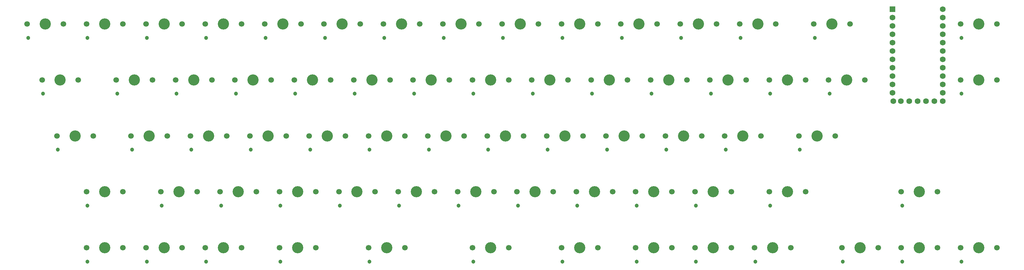
<source format=gts>
%TF.GenerationSoftware,KiCad,Pcbnew,(6.0.1)*%
%TF.CreationDate,2022-02-09T02:20:10+01:00*%
%TF.ProjectId,choc660,63686f63-3636-4302-9e6b-696361645f70,rev?*%
%TF.SameCoordinates,Original*%
%TF.FileFunction,Soldermask,Top*%
%TF.FilePolarity,Negative*%
%FSLAX46Y46*%
G04 Gerber Fmt 4.6, Leading zero omitted, Abs format (unit mm)*
G04 Created by KiCad (PCBNEW (6.0.1)) date 2022-02-09 02:20:10*
%MOMM*%
%LPD*%
G01*
G04 APERTURE LIST*
%ADD10C,1.200000*%
%ADD11C,1.700000*%
%ADD12C,3.400000*%
%ADD13R,1.752600X1.752600*%
%ADD14C,1.752600*%
G04 APERTURE END LIST*
D10*
%TO.C,SW26*%
X152577500Y-103700000D03*
D11*
X152297500Y-99500000D03*
X163297500Y-99500000D03*
D12*
X157797500Y-99500000D03*
%TD*%
%TO.C,SW18*%
X135297500Y-133500000D03*
D11*
X140797500Y-133500000D03*
X129797500Y-133500000D03*
D10*
X130077500Y-137700000D03*
%TD*%
D12*
%TO.C,SW25*%
X171297500Y-167500000D03*
D10*
X166077500Y-171700000D03*
D11*
X176797500Y-167500000D03*
X165797500Y-167500000D03*
%TD*%
D12*
%TO.C,SW54*%
X270297500Y-150500000D03*
D11*
X275797500Y-150500000D03*
X264797500Y-150500000D03*
D10*
X265077500Y-154700000D03*
%TD*%
%TO.C,SW45*%
X265077500Y-171700000D03*
D12*
X270297500Y-167500000D03*
D11*
X275797500Y-167500000D03*
X264797500Y-167500000D03*
%TD*%
%TO.C,SW63*%
X307297500Y-133500000D03*
D12*
X301797500Y-133500000D03*
D10*
X296577500Y-137700000D03*
D11*
X296297500Y-133500000D03*
%TD*%
%TO.C,SW55*%
X320297500Y-167500000D03*
X309297500Y-167500000D03*
D12*
X314797500Y-167500000D03*
D10*
X309577500Y-171700000D03*
%TD*%
D11*
%TO.C,SW35*%
X235297500Y-167500000D03*
D10*
X224577500Y-171700000D03*
D12*
X229797500Y-167500000D03*
D11*
X224297500Y-167500000D03*
%TD*%
%TO.C,SW61*%
X278297500Y-99500000D03*
D12*
X283797500Y-99500000D03*
D11*
X289297500Y-99500000D03*
D10*
X278577500Y-103700000D03*
%TD*%
D12*
%TO.C,SW64*%
X332797500Y-150500000D03*
D10*
X327577500Y-154700000D03*
D11*
X338297500Y-150500000D03*
X327297500Y-150500000D03*
%TD*%
D10*
%TO.C,SW11*%
X98577500Y-103700000D03*
D11*
X109297500Y-99500000D03*
D12*
X103797500Y-99500000D03*
D11*
X98297500Y-99500000D03*
%TD*%
D10*
%TO.C,SW49*%
X247077500Y-154700000D03*
D12*
X252297500Y-150500000D03*
D11*
X246797500Y-150500000D03*
X257797500Y-150500000D03*
%TD*%
%TO.C,SW19*%
X138797500Y-150500000D03*
X149797500Y-150500000D03*
D10*
X139077500Y-154700000D03*
D12*
X144297500Y-150500000D03*
%TD*%
D11*
%TO.C,SW31*%
X181297500Y-99500000D03*
X170297500Y-99500000D03*
D12*
X175797500Y-99500000D03*
D10*
X170577500Y-103700000D03*
%TD*%
D11*
%TO.C,SW17*%
X125297500Y-116500000D03*
X136297500Y-116500000D03*
D12*
X130797500Y-116500000D03*
D10*
X125577500Y-120700000D03*
%TD*%
D12*
%TO.C,SW16*%
X121797500Y-99500000D03*
D11*
X116297500Y-99500000D03*
X127297500Y-99500000D03*
D10*
X116577500Y-103700000D03*
%TD*%
D12*
%TO.C,SW66*%
X306297500Y-99500000D03*
D11*
X311797500Y-99500000D03*
D10*
X301077500Y-103700000D03*
D11*
X300797500Y-99500000D03*
%TD*%
D10*
%TO.C,SW32*%
X179577500Y-120700000D03*
D11*
X179297500Y-116500000D03*
D12*
X184797500Y-116500000D03*
D11*
X190297500Y-116500000D03*
%TD*%
D10*
%TO.C,SW62*%
X287577500Y-120700000D03*
D11*
X287297500Y-116500000D03*
X298297500Y-116500000D03*
D12*
X292797500Y-116500000D03*
%TD*%
%TO.C,SW47*%
X238797500Y-116500000D03*
D11*
X233297500Y-116500000D03*
X244297500Y-116500000D03*
D10*
X233577500Y-120700000D03*
%TD*%
D11*
%TO.C,SW34*%
X203797500Y-150500000D03*
D10*
X193077500Y-154700000D03*
D12*
X198297500Y-150500000D03*
D11*
X192797500Y-150500000D03*
%TD*%
%TO.C,SW52*%
X251297500Y-116500000D03*
D12*
X256797500Y-116500000D03*
D10*
X251577500Y-120700000D03*
D11*
X262297500Y-116500000D03*
%TD*%
D10*
%TO.C,SW20*%
X139077500Y-171700000D03*
D11*
X138797500Y-167500000D03*
D12*
X144297500Y-167500000D03*
D11*
X149797500Y-167500000D03*
%TD*%
D10*
%TO.C,SW38*%
X202077500Y-137700000D03*
D12*
X207297500Y-133500000D03*
D11*
X212797500Y-133500000D03*
X201797500Y-133500000D03*
%TD*%
D10*
%TO.C,SW56*%
X260577500Y-103700000D03*
D12*
X265797500Y-99500000D03*
D11*
X271297500Y-99500000D03*
X260297500Y-99500000D03*
%TD*%
D10*
%TO.C,SW2*%
X67077500Y-120700000D03*
D11*
X77797500Y-116500000D03*
X66797500Y-116500000D03*
D12*
X72297500Y-116500000D03*
%TD*%
D11*
%TO.C,SW43*%
X219797500Y-133500000D03*
D10*
X220077500Y-137700000D03*
D12*
X225297500Y-133500000D03*
D11*
X230797500Y-133500000D03*
%TD*%
%TO.C,SW7*%
X89297500Y-116500000D03*
D12*
X94797500Y-116500000D03*
D10*
X89577500Y-120700000D03*
D11*
X100297500Y-116500000D03*
%TD*%
D10*
%TO.C,SW12*%
X107577500Y-120700000D03*
D11*
X118297500Y-116500000D03*
X107297500Y-116500000D03*
D12*
X112797500Y-116500000D03*
%TD*%
D11*
%TO.C,SW58*%
X273797500Y-133500000D03*
D12*
X279297500Y-133500000D03*
D10*
X274077500Y-137700000D03*
D11*
X284797500Y-133500000D03*
%TD*%
D10*
%TO.C,SW22*%
X143577500Y-120700000D03*
D12*
X148797500Y-116500000D03*
D11*
X154297500Y-116500000D03*
X143297500Y-116500000D03*
%TD*%
%TO.C,SW1*%
X73297500Y-99500000D03*
D12*
X67797500Y-99500000D03*
D10*
X62577500Y-103700000D03*
D11*
X62297500Y-99500000D03*
%TD*%
D10*
%TO.C,SW10*%
X98577500Y-171700000D03*
D11*
X98297500Y-167500000D03*
D12*
X103797500Y-167500000D03*
D11*
X109297500Y-167500000D03*
%TD*%
%TO.C,SW24*%
X167797500Y-150500000D03*
D12*
X162297500Y-150500000D03*
D11*
X156797500Y-150500000D03*
D10*
X157077500Y-154700000D03*
%TD*%
D11*
%TO.C,SW30*%
X208297500Y-167500000D03*
X197297500Y-167500000D03*
D10*
X197577500Y-171700000D03*
D12*
X202797500Y-167500000D03*
%TD*%
D11*
%TO.C,SW67*%
X316297500Y-116500000D03*
X305297500Y-116500000D03*
D12*
X310797500Y-116500000D03*
D10*
X305577500Y-120700000D03*
%TD*%
D11*
%TO.C,SW44*%
X228797500Y-150500000D03*
D10*
X229077500Y-154700000D03*
D11*
X239797500Y-150500000D03*
D12*
X234297500Y-150500000D03*
%TD*%
D11*
%TO.C,SW50*%
X293797500Y-167500000D03*
D10*
X283077500Y-171700000D03*
D12*
X288297500Y-167500000D03*
D11*
X282797500Y-167500000D03*
%TD*%
D10*
%TO.C,SW29*%
X175077500Y-154700000D03*
D11*
X185797500Y-150500000D03*
X174797500Y-150500000D03*
D12*
X180297500Y-150500000D03*
%TD*%
D10*
%TO.C,SW28*%
X166077500Y-137700000D03*
D11*
X176797500Y-133500000D03*
D12*
X171297500Y-133500000D03*
D11*
X165797500Y-133500000D03*
%TD*%
%TO.C,SW40*%
X257797500Y-167500000D03*
X246797500Y-167500000D03*
D12*
X252297500Y-167500000D03*
D10*
X247077500Y-171700000D03*
%TD*%
D12*
%TO.C,SW13*%
X117297500Y-133500000D03*
D10*
X112077500Y-137700000D03*
D11*
X111797500Y-133500000D03*
X122797500Y-133500000D03*
%TD*%
D12*
%TO.C,SW68*%
X350797500Y-99500000D03*
D11*
X356297500Y-99500000D03*
D10*
X345577500Y-103700000D03*
D11*
X345297500Y-99500000D03*
%TD*%
%TO.C,SW59*%
X298297500Y-150500000D03*
D10*
X287577500Y-154700000D03*
D11*
X287297500Y-150500000D03*
D12*
X292797500Y-150500000D03*
%TD*%
D10*
%TO.C,SW37*%
X197577500Y-120700000D03*
D11*
X197297500Y-116500000D03*
D12*
X202797500Y-116500000D03*
D11*
X208297500Y-116500000D03*
%TD*%
%TO.C,SW3*%
X71297500Y-133500000D03*
D12*
X76797500Y-133500000D03*
D11*
X82297500Y-133500000D03*
D10*
X71577500Y-137700000D03*
%TD*%
D12*
%TO.C,SW53*%
X261297500Y-133500000D03*
D10*
X256077500Y-137700000D03*
D11*
X266797500Y-133500000D03*
X255797500Y-133500000D03*
%TD*%
D12*
%TO.C,SW60*%
X332797500Y-167500000D03*
D10*
X327577500Y-171700000D03*
D11*
X338297500Y-167500000D03*
X327297500Y-167500000D03*
%TD*%
%TO.C,SW6*%
X91297500Y-99500000D03*
X80297500Y-99500000D03*
D10*
X80577500Y-103700000D03*
D12*
X85797500Y-99500000D03*
%TD*%
D10*
%TO.C,SW51*%
X242577500Y-103700000D03*
D12*
X247797500Y-99500000D03*
D11*
X242297500Y-99500000D03*
X253297500Y-99500000D03*
%TD*%
D12*
%TO.C,SW46*%
X229797500Y-99500000D03*
D11*
X235297500Y-99500000D03*
D10*
X224577500Y-103700000D03*
D11*
X224297500Y-99500000D03*
%TD*%
%TO.C,SW57*%
X280297500Y-116500000D03*
X269297500Y-116500000D03*
D10*
X269577500Y-120700000D03*
D12*
X274797500Y-116500000D03*
%TD*%
D11*
%TO.C,SW33*%
X183797500Y-133500000D03*
D12*
X189297500Y-133500000D03*
D11*
X194797500Y-133500000D03*
D10*
X184077500Y-137700000D03*
%TD*%
%TO.C,SW42*%
X215577500Y-120700000D03*
D12*
X220797500Y-116500000D03*
D11*
X215297500Y-116500000D03*
X226297500Y-116500000D03*
%TD*%
%TO.C,SW27*%
X161297500Y-116500000D03*
D10*
X161577500Y-120700000D03*
D11*
X172297500Y-116500000D03*
D12*
X166797500Y-116500000D03*
%TD*%
%TO.C,SW36*%
X193797500Y-99500000D03*
D11*
X188297500Y-99500000D03*
X199297500Y-99500000D03*
D10*
X188577500Y-103700000D03*
%TD*%
D11*
%TO.C,SW5*%
X80297500Y-167500000D03*
D12*
X85797500Y-167500000D03*
D10*
X80577500Y-171700000D03*
D11*
X91297500Y-167500000D03*
%TD*%
%TO.C,SW14*%
X131797500Y-150500000D03*
X120797500Y-150500000D03*
D12*
X126297500Y-150500000D03*
D10*
X121077500Y-154700000D03*
%TD*%
D11*
%TO.C,SW8*%
X104797500Y-133500000D03*
D12*
X99297500Y-133500000D03*
D10*
X94077500Y-137700000D03*
D11*
X93797500Y-133500000D03*
%TD*%
D10*
%TO.C,SW48*%
X238077500Y-137700000D03*
D11*
X248797500Y-133500000D03*
X237797500Y-133500000D03*
D12*
X243297500Y-133500000D03*
%TD*%
D11*
%TO.C,SW9*%
X102797500Y-150500000D03*
D10*
X103077500Y-154700000D03*
D11*
X113797500Y-150500000D03*
D12*
X108297500Y-150500000D03*
%TD*%
D11*
%TO.C,SW69*%
X356297500Y-116500000D03*
X345297500Y-116500000D03*
D10*
X345577500Y-120700000D03*
D12*
X350797500Y-116500000D03*
%TD*%
D13*
%TO.C,U1*%
X324677500Y-95016750D03*
D14*
X324677500Y-97556750D03*
X324677500Y-100096750D03*
X324677500Y-102636750D03*
X324677500Y-105176750D03*
X324677500Y-107716750D03*
X324677500Y-110256750D03*
X324677500Y-112796750D03*
X324677500Y-115336750D03*
X324677500Y-117876750D03*
X324677500Y-120416750D03*
X324906100Y-122956750D03*
X339917500Y-122956750D03*
X339917500Y-120416750D03*
X339917500Y-117876750D03*
X339917500Y-115336750D03*
X339917500Y-112796750D03*
X339917500Y-110256750D03*
X339917500Y-107716750D03*
X339917500Y-105176750D03*
X339917500Y-102636750D03*
X339917500Y-100096750D03*
X339917500Y-97556750D03*
X339917500Y-95016750D03*
X327217500Y-122956750D03*
X329757500Y-122956750D03*
X332297500Y-122956750D03*
X334837500Y-122956750D03*
X337377500Y-122956750D03*
%TD*%
D12*
%TO.C,SW21*%
X139797500Y-99500000D03*
D11*
X145297500Y-99500000D03*
X134297500Y-99500000D03*
D10*
X134577500Y-103700000D03*
%TD*%
D11*
%TO.C,SW41*%
X206297500Y-99500000D03*
D10*
X206577500Y-103700000D03*
D11*
X217297500Y-99500000D03*
D12*
X211797500Y-99500000D03*
%TD*%
%TO.C,SW39*%
X216297500Y-150500000D03*
D11*
X210797500Y-150500000D03*
D10*
X211077500Y-154700000D03*
D11*
X221797500Y-150500000D03*
%TD*%
%TO.C,SW23*%
X147797500Y-133500000D03*
D10*
X148077500Y-137700000D03*
D12*
X153297500Y-133500000D03*
D11*
X158797500Y-133500000D03*
%TD*%
D12*
%TO.C,SW15*%
X121797500Y-167500000D03*
D10*
X116577500Y-171700000D03*
D11*
X116297500Y-167500000D03*
X127297500Y-167500000D03*
%TD*%
D10*
%TO.C,SW65*%
X345577500Y-171700000D03*
D11*
X356297500Y-167500000D03*
D12*
X350797500Y-167500000D03*
D11*
X345297500Y-167500000D03*
%TD*%
%TO.C,SW4*%
X80297500Y-150500000D03*
X91297500Y-150500000D03*
D10*
X80577500Y-154700000D03*
D12*
X85797500Y-150500000D03*
%TD*%
M02*

</source>
